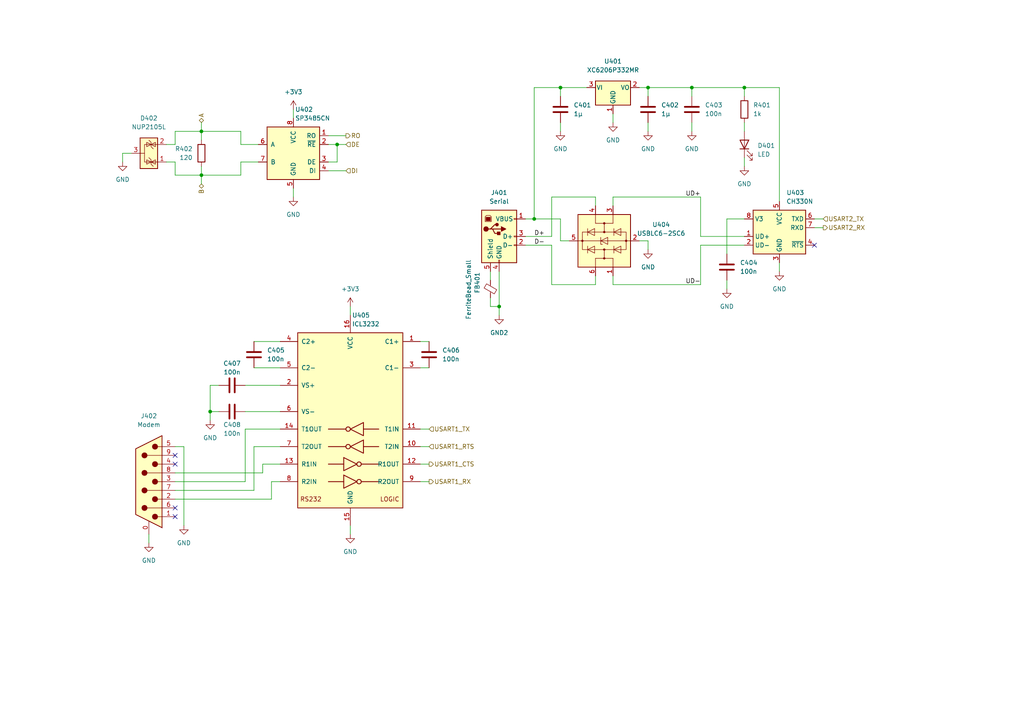
<source format=kicad_sch>
(kicad_sch (version 20211123) (generator eeschema)
  (paper "A4")
  (title_block (title "NAS control") (date "2023-01-11") (rev "0.1") (company "Eurovibes Benedikt Spranger") (comment 1 "SPDX-License-Identifier: CERN-OHL-S-2.0") (comment 2 "https://ohwr.org/cern_ohl_s_v2.txt") (comment 3 "To view a copy of this license, visit") (comment 4 "This work is licensed under the CERN-OHL-S v2"))
  (lib_symbols
    (symbol "Connector:DB9_Male_MountingHoles" (pin_names (offset 1.016) hide)
      (property "Reference" "J" (at 0 16.51 0))
      (property "Value" "DB9_Male_MountingHoles" (at 0 14.605 0))
      (symbol "DB9_Male_MountingHoles_0_1"
        (circle (center -1.778 -10.16) (radius 0.762) (fill (type outline)))
        (circle (center -1.778 -5.08) (radius 0.762) (fill (type outline)))
        (circle (center -1.778 0) (radius 0.762) (fill (type outline)))
        (circle (center -1.778 5.08) (radius 0.762) (fill (type outline)))
        (circle (center -1.778 10.16) (radius 0.762) (fill (type outline)))
        (polyline (pts (xy -3.81 -10.16) (xy -2.54 -10.16)))
        (polyline (pts (xy -3.81 -7.62) (xy 0.508 -7.62)))
        (polyline (pts (xy -3.81 -5.08) (xy -2.54 -5.08)))
        (polyline (pts (xy -3.81 -2.54) (xy 0.508 -2.54)))
        (polyline (pts (xy -3.81 0) (xy -2.54 0)))
        (polyline (pts (xy -3.81 2.54) (xy 0.508 2.54)))
        (polyline (pts (xy -3.81 5.08) (xy -2.54 5.08)))
        (polyline (pts (xy -3.81 7.62) (xy 0.508 7.62)))
        (polyline (pts (xy -3.81 10.16) (xy -2.54 10.16)))
        (polyline (pts (xy -3.81 -13.335) (xy -3.81 13.335) (xy 3.81 9.525) (xy 3.81 -9.525) (xy -3.81 -13.335)) (stroke (width 0.254)) (fill (type background)))
        (circle (center 1.27 -7.62) (radius 0.762) (fill (type outline)))
        (circle (center 1.27 -2.54) (radius 0.762) (fill (type outline)))
        (circle (center 1.27 2.54) (radius 0.762) (fill (type outline)))
        (circle (center 1.27 7.62) (radius 0.762) (fill (type outline)))
      )
      (symbol "DB9_Male_MountingHoles_1_1"
        (pin passive line (at 0 -15.24 90) (length 3.81) (name "PAD") (number "0"))
        (pin passive line (at -7.62 -10.16 0) (length 3.81) (name "1") (number "1"))
        (pin passive line (at -7.62 -5.08 0) (length 3.81) (name "2") (number "2"))
        (pin passive line (at -7.62 0 0) (length 3.81) (name "3") (number "3"))
        (pin passive line (at -7.62 5.08 0) (length 3.81) (name "4") (number "4"))
        (pin passive line (at -7.62 10.16 0) (length 3.81) (name "5") (number "5"))
        (pin passive line (at -7.62 -7.62 0) (length 3.81) (name "6") (number "6"))
        (pin passive line (at -7.62 -2.54 0) (length 3.81) (name "7") (number "7"))
        (pin passive line (at -7.62 2.54 0) (length 3.81) (name "8") (number "8"))
        (pin passive line (at -7.62 7.62 0) (length 3.81) (name "9") (number "9"))
      )
    )
    (symbol "Connector:USB_B" (pin_names (offset 1.016))
      (property "Reference" "J" (at -5.08 11.43 0))
      (property "Value" "USB_B" (at -5.08 8.89 0))
      (symbol "USB_B_0_1"
        (rectangle (start -5.08 -7.62) (end 5.08 7.62) (stroke (width 0.254)) (fill (type background)))
        (circle (center -3.81 2.159) (radius 0.635) (stroke (width 0.254)) (fill (type outline)))
        (rectangle (start -3.81 5.588) (end -2.54 4.572) (fill (type outline)))
        (circle (center -0.635 3.429) (radius 0.381) (stroke (width 0.254)) (fill (type outline)))
        (rectangle (start -0.127 -7.62) (end 0.127 -6.858))
        (polyline (pts (xy -1.905 2.159) (xy 0.635 2.159)) (stroke (width 0.254)))
        (polyline (pts (xy -3.175 2.159) (xy -2.54 2.159) (xy -1.27 3.429) (xy -0.635 3.429)) (stroke (width 0.254)))
        (polyline (pts (xy -2.54 2.159) (xy -1.905 2.159) (xy -1.27 0.889) (xy 0 0.889)) (stroke (width 0.254)))
        (polyline (pts (xy 0.635 2.794) (xy 0.635 1.524) (xy 1.905 2.159) (xy 0.635 2.794)) (stroke (width 0.254)) (fill (type outline)))
        (polyline (pts (xy -4.064 4.318) (xy -2.286 4.318) (xy -2.286 5.715) (xy -2.667 6.096) (xy -3.683 6.096) (xy -4.064 5.715) (xy -4.064 4.318)))
        (rectangle (start 0.254 1.27) (end -0.508 0.508) (stroke (width 0.254)) (fill (type outline)))
        (rectangle (start 5.08 -2.667) (end 4.318 -2.413))
        (rectangle (start 5.08 -0.127) (end 4.318 0.127))
        (rectangle (start 5.08 4.953) (end 4.318 5.207))
      )
      (symbol "USB_B_1_1"
        (pin power_out line (at 7.62 5.08 180) (length 2.54) (name "VBUS") (number "1"))
        (pin bidirectional line (at 7.62 -2.54 180) (length 2.54) (name "D-") (number "2"))
        (pin bidirectional line (at 7.62 0 180) (length 2.54) (name "D+") (number "3"))
        (pin power_out line (at 0 -10.16 90) (length 2.54) (name "GND") (number "4"))
        (pin passive line (at -2.54 -10.16 90) (length 2.54) (name "Shield") (number "5"))
      )
    )
    (symbol "Device:C" (pin_numbers hide) (pin_names (offset 0.254))
      (property "Reference" "C" (at 0.635 2.54 0))
      (property "Value" "C" (at 0.635 -2.54 0))
      (symbol "C_0_1"
        (polyline (pts (xy -2.032 -0.762) (xy 2.032 -0.762)) (stroke (width 0.508)))
        (polyline (pts (xy -2.032 0.762) (xy 2.032 0.762)) (stroke (width 0.508)))
      )
      (symbol "C_1_1"
        (pin passive line (at 0 3.81 270) (length 2.794) (name "~") (number "1"))
        (pin passive line (at 0 -3.81 90) (length 2.794) (name "~") (number "2"))
      )
    )
    (symbol "Device:FerriteBead_Small" (pin_numbers hide) (pin_names (offset 0))
      (property "Reference" "FB" (at 1.905 1.27 0))
      (property "Value" "FerriteBead_Small" (at 1.905 -1.27 0))
      (symbol "FerriteBead_Small_0_1"
        (polyline (pts (xy 0 -1.27) (xy 0 -0.7874)))
        (polyline (pts (xy 0 0.889) (xy 0 1.2954)))
        (polyline (pts (xy -1.8288 0.2794) (xy -1.1176 1.4986) (xy 1.8288 -0.2032) (xy 1.1176 -1.4224) (xy -1.8288 0.2794)))
      )
      (symbol "FerriteBead_Small_1_1"
        (pin passive line (at 0 2.54 270) (length 1.27) (name "~") (number "1"))
        (pin passive line (at 0 -2.54 90) (length 1.27) (name "~") (number "2"))
      )
    )
    (symbol "Device:LED" (pin_numbers hide) (pin_names (offset 1.016) hide)
      (property "Reference" "D" (at 0 2.54 0))
      (property "Value" "LED" (at 0 -2.54 0))
      (symbol "LED_0_1"
        (polyline (pts (xy -1.27 -1.27) (xy -1.27 1.27)) (stroke (width 0.254)))
        (polyline (pts (xy -1.27 0) (xy 1.27 0)))
        (polyline (pts (xy 1.27 -1.27) (xy 1.27 1.27) (xy -1.27 0) (xy 1.27 -1.27)) (stroke (width 0.254)))
        (polyline (pts (xy -3.048 -0.762) (xy -4.572 -2.286) (xy -3.81 -2.286) (xy -4.572 -2.286) (xy -4.572 -1.524)))
        (polyline (pts (xy -1.778 -0.762) (xy -3.302 -2.286) (xy -2.54 -2.286) (xy -3.302 -2.286) (xy -3.302 -1.524)))
      )
      (symbol "LED_1_1"
        (pin passive line (at -3.81 0 0) (length 2.54) (name "K") (number "1"))
        (pin passive line (at 3.81 0 180) (length 2.54) (name "A") (number "2"))
      )
    )
    (symbol "Device:R" (pin_numbers hide) (pin_names (offset 0))
      (property "Reference" "R" (at 2.032 0 90))
      (property "Value" "R" (at 0 0 90))
      (symbol "R_0_1"
        (rectangle (start -1.016 -2.54) (end 1.016 2.54) (stroke (width 0.254)))
      )
      (symbol "R_1_1"
        (pin passive line (at 0 3.81 270) (length 1.27) (name "~") (number "1"))
        (pin passive line (at 0 -3.81 90) (length 1.27) (name "~") (number "2"))
      )
    )
    (symbol "Interface_UART:ICL3232" (pin_names (offset 1.016))
      (property "Reference" "U" (at -2.54 28.575 0))
      (property "Value" "ICL3232" (at -2.54 26.67 0))
      (symbol "ICL3232_0_0"
        (text "LOGIC" (at -11.43 -22.86 0) (effects (font (size 1.27 1.27))))
        (text "RS232" (at 11.43 -22.86 0) (effects (font (size 1.27 1.27))))
      )
      (symbol "ICL3232_0_1"
        (rectangle (start -15.24 -25.4) (end 15.24 25.4) (stroke (width 0.254)) (fill (type background)))
        (circle (center -2.54 -17.78) (radius 0.635) (stroke (width 0.254)))
        (circle (center -2.54 -12.7) (radius 0.635) (stroke (width 0.254)))
        (polyline (pts (xy -3.81 -7.62) (xy -8.255 -7.62)) (stroke (width 0.254)))
        (polyline (pts (xy -3.81 -2.54) (xy -8.255 -2.54)) (stroke (width 0.254)))
        (polyline (pts (xy -3.175 -17.78) (xy -8.255 -17.78)) (stroke (width 0.254)))
        (polyline (pts (xy -3.175 -12.7) (xy -8.255 -12.7)) (stroke (width 0.254)))
        (polyline (pts (xy 1.27 -7.62) (xy 6.35 -7.62)) (stroke (width 0.254)))
        (polyline (pts (xy 1.27 -2.54) (xy 6.35 -2.54)) (stroke (width 0.254)))
        (polyline (pts (xy 1.905 -17.78) (xy 6.35 -17.78)) (stroke (width 0.254)))
        (polyline (pts (xy 1.905 -12.7) (xy 6.35 -12.7)) (stroke (width 0.254)))
        (polyline (pts (xy -3.81 -5.715) (xy -3.81 -9.525) (xy 0 -7.62) (xy -3.81 -5.715)) (stroke (width 0.254)))
        (polyline (pts (xy -3.81 -0.635) (xy -3.81 -4.445) (xy 0 -2.54) (xy -3.81 -0.635)) (stroke (width 0.254)))
        (polyline (pts (xy 1.905 -15.875) (xy 1.905 -19.685) (xy -1.905 -17.78) (xy 1.905 -15.875)) (stroke (width 0.254)))
        (polyline (pts (xy 1.905 -10.795) (xy 1.905 -14.605) (xy -1.905 -12.7) (xy 1.905 -10.795)) (stroke (width 0.254)))
        (circle (center 0.635 -7.62) (radius 0.635) (stroke (width 0.254)))
        (circle (center 0.635 -2.54) (radius 0.635) (stroke (width 0.254)))
      )
      (symbol "ICL3232_1_1"
        (pin passive line (at -20.32 22.86 0) (length 5.08) (name "C1+") (number "1"))
        (pin input line (at -20.32 -7.62 0) (length 5.08) (name "T2IN") (number "10"))
        (pin input line (at -20.32 -2.54 0) (length 5.08) (name "T1IN") (number "11"))
        (pin output line (at -20.32 -12.7 0) (length 5.08) (name "R1OUT") (number "12"))
        (pin input line (at 20.32 -12.7 180) (length 5.08) (name "R1IN") (number "13"))
        (pin output line (at 20.32 -2.54 180) (length 5.08) (name "T1OUT") (number "14"))
        (pin power_in line (at 0 -30.48 90) (length 5.08) (name "GND") (number "15"))
        (pin power_in line (at 0 30.48 270) (length 5.08) (name "VCC") (number "16"))
        (pin power_out line (at 20.32 10.16 180) (length 5.08) (name "VS+") (number "2"))
        (pin passive line (at -20.32 15.24 0) (length 5.08) (name "C1-") (number "3"))
        (pin passive line (at 20.32 22.86 180) (length 5.08) (name "C2+") (number "4"))
        (pin passive line (at 20.32 15.24 180) (length 5.08) (name "C2-") (number "5"))
        (pin power_out line (at 20.32 2.54 180) (length 5.08) (name "VS-") (number "6"))
        (pin output line (at 20.32 -7.62 180) (length 5.08) (name "T2OUT") (number "7"))
        (pin input line (at 20.32 -17.78 180) (length 5.08) (name "R2IN") (number "8"))
        (pin output line (at -20.32 -17.78 0) (length 5.08) (name "R2OUT") (number "9"))
      )
    )
    (symbol "Interface_UART:SP3485CN" (pin_names (offset 1.016))
      (property "Reference" "U" (at -7.62 8.89 0))
      (property "Value" "SP3485CN" (at 2.54 8.89 0))
      (symbol "SP3485CN_0_1"
        (rectangle (start -7.62 7.62) (end 7.62 -7.62) (stroke (width 0.254)) (fill (type background)))
      )
      (symbol "SP3485CN_1_1"
        (pin output line (at -10.16 5.08 0) (length 2.54) (name "RO") (number "1"))
        (pin input line (at -10.16 2.54 0) (length 2.54) (name "~{RE}") (number "2"))
        (pin input line (at -10.16 -2.54 0) (length 2.54) (name "DE") (number "3"))
        (pin input line (at -10.16 -5.08 0) (length 2.54) (name "DI") (number "4"))
        (pin power_in line (at 0 -10.16 90) (length 2.54) (name "GND") (number "5"))
        (pin bidirectional line (at 10.16 2.54 180) (length 2.54) (name "A") (number "6"))
        (pin bidirectional line (at 10.16 -2.54 180) (length 2.54) (name "B") (number "7"))
        (pin power_in line (at 0 10.16 270) (length 2.54) (name "VCC") (number "8"))
      )
    )
    (symbol "Interface_USB:CH330N"
      (property "Reference" "U" (at -7.62 6.35 0))
      (property "Value" "CH330N" (at 7.62 6.35 0))
      (symbol "CH330N_0_1"
        (rectangle (start -7.62 5.08) (end 7.62 -7.62) (stroke (width 0.254)) (fill (type background)))
      )
      (symbol "CH330N_1_1"
        (pin bidirectional line (at -10.16 -2.54 0) (length 2.54) (name "UD+") (number "1"))
        (pin bidirectional line (at -10.16 -5.08 0) (length 2.54) (name "UD-") (number "2"))
        (pin power_in line (at 0 -10.16 90) (length 2.54) (name "GND") (number "3"))
        (pin output line (at 10.16 -5.08 180) (length 2.54) (name "~{RTS}") (number "4"))
        (pin power_in line (at 0 7.62 270) (length 2.54) (name "VCC") (number "5"))
        (pin output line (at 10.16 2.54 180) (length 2.54) (name "TXD") (number "6"))
        (pin input line (at 10.16 0 180) (length 2.54) (name "RXD") (number "7"))
        (pin passive line (at -10.16 2.54 0) (length 2.54) (name "V3") (number "8"))
      )
    )
    (symbol "Power_Protection:NUP2105L" (pin_names hide)
      (property "Reference" "D" (at 5.715 2.54 0))
      (property "Value" "NUP2105L" (at 5.715 0.635 0))
      (symbol "NUP2105L_0_0"
        (pin passive line (at 0 -5.08 90) (length 2.54) (name "A") (number "3"))
      )
      (symbol "NUP2105L_0_1"
        (rectangle (start -4.445 2.54) (end 4.445 -2.54) (stroke (width 0.254)) (fill (type background)))
        (polyline (pts (xy -2.54 2.54) (xy -2.54 0.635)))
        (polyline (pts (xy 0 -1.27) (xy 0 -2.54)))
        (polyline (pts (xy 2.54 2.54) (xy 2.54 0.635)))
        (polyline (pts (xy -3.81 1.27) (xy -3.175 0.635) (xy -1.905 0.635) (xy -1.27 0)))
        (polyline (pts (xy -2.54 0.635) (xy -2.54 -1.27) (xy 2.54 -1.27) (xy 2.54 0.635)))
        (polyline (pts (xy -2.54 0.635) (xy -1.905 -0.635) (xy -3.175 -0.635) (xy -2.54 0.635)))
        (polyline (pts (xy 2.54 0.635) (xy 1.905 -0.635) (xy 3.175 -0.635) (xy 2.54 0.635)))
        (polyline (pts (xy 2.54 0.635) (xy 3.175 1.905) (xy 1.905 1.905) (xy 2.54 0.635)))
        (polyline (pts (xy -2.54 0.635) (xy -3.175 1.905) (xy -1.905 1.905) (xy -2.54 0.635) (xy -2.54 1.27)))
        (polyline (pts (xy 1.27 1.27) (xy 1.905 0.635) (xy 2.54 0.635) (xy 3.175 0.635) (xy 3.81 0)))
      )
      (symbol "NUP2105L_1_1"
        (pin passive line (at -2.54 5.08 270) (length 2.54) (name "K") (number "1"))
        (pin passive line (at 2.54 5.08 270) (length 2.54) (name "K") (number "2"))
      )
    )
    (symbol "Power_Protection:USBLC6-2SC6" (pin_names hide)
      (property "Reference" "U" (at 2.54 8.89 0))
      (property "Value" "USBLC6-2SC6" (at 2.54 -8.89 0))
      (symbol "USBLC6-2SC6_0_1"
        (rectangle (start -7.62 -7.62) (end 7.62 7.62) (stroke (width 0.254)) (fill (type background)))
        (circle (center -5.08 0) (radius 0.254) (fill (type outline)))
        (circle (center -2.54 0) (radius 0.254) (fill (type outline)))
        (rectangle (start -2.54 6.35) (end 2.54 -6.35))
        (circle (center 0 -6.35) (radius 0.254) (fill (type outline)))
        (polyline (pts (xy -5.08 -2.54) (xy -7.62 -2.54)))
        (polyline (pts (xy -5.08 0) (xy -5.08 -2.54)))
        (polyline (pts (xy -5.08 2.54) (xy -7.62 2.54)))
        (polyline (pts (xy -1.524 -2.794) (xy -3.556 -2.794)))
        (polyline (pts (xy -1.524 4.826) (xy -3.556 4.826)))
        (polyline (pts (xy 0 -7.62) (xy 0 -6.35)))
        (polyline (pts (xy 0 -6.35) (xy 0 1.27)))
        (polyline (pts (xy 0 1.27) (xy 0 6.35)))
        (polyline (pts (xy 0 6.35) (xy 0 7.62)))
        (polyline (pts (xy 1.524 -2.794) (xy 3.556 -2.794)))
        (polyline (pts (xy 1.524 4.826) (xy 3.556 4.826)))
        (polyline (pts (xy 5.08 -2.54) (xy 7.62 -2.54)))
        (polyline (pts (xy 5.08 0) (xy 5.08 -2.54)))
        (polyline (pts (xy 5.08 2.54) (xy 7.62 2.54)))
        (polyline (pts (xy -2.54 0) (xy -5.08 0) (xy -5.08 2.54)))
        (polyline (pts (xy 2.54 0) (xy 5.08 0) (xy 5.08 2.54)))
        (polyline (pts (xy -3.556 -4.826) (xy -1.524 -4.826) (xy -2.54 -2.794) (xy -3.556 -4.826)))
        (polyline (pts (xy -3.556 2.794) (xy -1.524 2.794) (xy -2.54 4.826) (xy -3.556 2.794)))
        (polyline (pts (xy -1.016 -1.016) (xy 1.016 -1.016) (xy 0 1.016) (xy -1.016 -1.016)))
        (polyline (pts (xy 1.016 1.016) (xy 0.762 1.016) (xy -1.016 1.016) (xy -1.016 0.508)))
        (polyline (pts (xy 3.556 -4.826) (xy 1.524 -4.826) (xy 2.54 -2.794) (xy 3.556 -4.826)))
        (polyline (pts (xy 3.556 2.794) (xy 1.524 2.794) (xy 2.54 4.826) (xy 3.556 2.794)))
        (circle (center 0 6.35) (radius 0.254) (fill (type outline)))
        (circle (center 2.54 0) (radius 0.254) (fill (type outline)))
        (circle (center 5.08 0) (radius 0.254) (fill (type outline)))
      )
      (symbol "USBLC6-2SC6_1_1"
        (pin passive line (at -10.16 -2.54 0) (length 2.54) (name "I/O1") (number "1"))
        (pin passive line (at 0 -10.16 90) (length 2.54) (name "GND") (number "2"))
        (pin passive line (at 10.16 -2.54 180) (length 2.54) (name "I/O2") (number "3"))
        (pin passive line (at 10.16 2.54 180) (length 2.54) (name "I/O2") (number "4"))
        (pin passive line (at 0 10.16 270) (length 2.54) (name "VBUS") (number "5"))
        (pin passive line (at -10.16 2.54 0) (length 2.54) (name "I/O1") (number "6"))
      )
    )
    (symbol "Regulator_Linear:XC6206PxxxMR" (pin_names (offset 0.254))
      (property "Reference" "U" (at -3.81 3.175 0))
      (property "Value" "XC6206PxxxMR" (at 0 3.175 0))
      (symbol "XC6206PxxxMR_0_1"
        (rectangle (start -5.08 1.905) (end 5.08 -5.08) (stroke (width 0.254)) (fill (type background)))
      )
      (symbol "XC6206PxxxMR_1_1"
        (pin power_in line (at 0 -7.62 90) (length 2.54) (name "GND") (number "1"))
        (pin power_out line (at 7.62 0 180) (length 2.54) (name "VO") (number "2"))
        (pin power_in line (at -7.62 0 0) (length 2.54) (name "VI") (number "3"))
      )
    )
    (symbol "power:+3V3" (power) (pin_names (offset 0))
      (property "Value" "+3V3" (at 0 3.556 0))
      (symbol "+3V3_0_1"
        (polyline (pts (xy -0.762 1.27) (xy 0 2.54)))
        (polyline (pts (xy 0 0) (xy 0 2.54)))
        (polyline (pts (xy 0 2.54) (xy 0.762 1.27)))
      )
      (symbol "+3V3_1_1"
        (pin power_in line (at 0 0 90) (length 0) hide (name "+3V3") (number "1"))
      )
    )
    (symbol "power:GND" (power) (pin_names (offset 0))
      (property "Value" "GND" (at 0 -3.81 0))
      (symbol "GND_0_1"
        (polyline (pts (xy 0 0) (xy 0 -1.27) (xy 1.27 -1.27) (xy 0 -2.54) (xy -1.27 -1.27) (xy 0 -1.27)))
      )
      (symbol "GND_1_1"
        (pin power_in line (at 0 0 270) (length 0) hide (name "GND") (number "1"))
      )
    )
    (symbol "power:GND2" (power) (pin_names (offset 0))
      (property "Value" "GND2" (at 0 -3.81 0))
      (symbol "GND2_0_1"
        (polyline (pts (xy 0 0) (xy 0 -1.27) (xy 1.27 -1.27) (xy 0 -2.54) (xy -1.27 -1.27) (xy 0 -1.27)))
      )
      (symbol "GND2_1_1"
        (pin power_in line (at 0 0 270) (length 0) hide (name "GND2") (number "1"))
      )
    )
  )
  (junction (at 187.96 25.4))
  (junction (at 144.78 88.9))
  (junction (at 97.79 41.91))
  (junction (at 58.42 50.8))
  (junction (at 200.66 25.4))
  (junction (at 154.94 63.5))
  (junction (at 60.96 119.38))
  (junction (at 58.42 38.1))
  (junction (at 215.9 25.4))
  (junction (at 162.56 25.4))
  (no_connect (at 50.8 134.62))
  (no_connect (at 50.8 132.08))
  (no_connect (at 50.8 149.86))
  (no_connect (at 50.8 147.32))
  (no_connect (at 236.22 71.12))
  (wire (pts (xy 236.22 63.5) (xy 238.76 63.5)))
  (wire (pts (xy 185.42 69.85) (xy 187.96 69.85)))
  (wire (pts (xy 210.82 63.5) (xy 210.82 73.66)))
  (wire (pts (xy 97.79 41.91) (xy 100.33 41.91)))
  (wire (pts (xy 200.66 35.56) (xy 200.66 38.1)))
  (wire (pts (xy 121.92 124.46) (xy 124.46 124.46)))
  (wire (pts (xy 215.9 25.4) (xy 215.9 27.94)))
  (wire (pts (xy 152.4 63.5) (xy 154.94 63.5)))
  (wire (pts (xy 160.02 82.55) (xy 172.72 82.55)))
  (wire (pts (xy 71.12 111.76) (xy 81.28 111.76)))
  (wire (pts (xy 200.66 25.4) (xy 200.66 27.94)))
  (wire (pts (xy 95.25 49.53) (xy 100.33 49.53)))
  (wire (pts (xy 160.02 57.15) (xy 172.72 57.15)))
  (wire (pts (xy 152.4 68.58) (xy 160.02 68.58)))
  (wire (pts (xy 58.42 53.34) (xy 58.42 50.8)))
  (wire (pts (xy 78.74 144.78) (xy 50.8 144.78)))
  (wire (pts (xy 101.6 88.9) (xy 101.6 91.44)))
  (wire (pts (xy 48.26 46.99) (xy 50.8 46.99)))
  (wire (pts (xy 187.96 35.56) (xy 187.96 38.1)))
  (wire (pts (xy 71.12 124.46) (xy 71.12 139.7)))
  (wire (pts (xy 187.96 69.85) (xy 187.96 72.39)))
  (wire (pts (xy 142.24 88.9) (xy 144.78 88.9)))
  (wire (pts (xy 215.9 45.72) (xy 215.9 48.26)))
  (wire (pts (xy 177.8 82.55) (xy 203.2 82.55)))
  (wire (pts (xy 177.8 57.15) (xy 203.2 57.15)))
  (wire (pts (xy 101.6 152.4) (xy 101.6 154.94)))
  (wire (pts (xy 162.56 35.56) (xy 162.56 38.1)))
  (wire (pts (xy 71.12 139.7) (xy 50.8 139.7)))
  (wire (pts (xy 215.9 25.4) (xy 200.66 25.4)))
  (wire (pts (xy 121.92 139.7) (xy 124.46 139.7)))
  (wire (pts (xy 74.93 46.99) (xy 69.85 46.99)))
  (wire (pts (xy 63.5 111.76) (xy 60.96 111.76)))
  (wire (pts (xy 177.8 80.01) (xy 177.8 82.55)))
  (wire (pts (xy 210.82 81.28) (xy 210.82 83.82)))
  (wire (pts (xy 177.8 59.69) (xy 177.8 57.15)))
  (wire (pts (xy 58.42 50.8) (xy 58.42 48.26)))
  (wire (pts (xy 152.4 71.12) (xy 160.02 71.12)))
  (wire (pts (xy 78.74 139.7) (xy 78.74 144.78)))
  (wire (pts (xy 81.28 124.46) (xy 71.12 124.46)))
  (wire (pts (xy 74.93 41.91) (xy 69.85 41.91)))
  (wire (pts (xy 95.25 39.37) (xy 100.33 39.37)))
  (wire (pts (xy 85.09 31.75) (xy 85.09 34.29)))
  (wire (pts (xy 95.25 46.99) (xy 97.79 46.99)))
  (wire (pts (xy 78.74 139.7) (xy 81.28 139.7)))
  (wire (pts (xy 58.42 38.1) (xy 50.8 38.1)))
  (wire (pts (xy 162.56 25.4) (xy 162.56 27.94)))
  (wire (pts (xy 177.8 33.02) (xy 177.8 35.56)))
  (wire (pts (xy 226.06 58.42) (xy 226.06 25.4)))
  (wire (pts (xy 203.2 71.12) (xy 215.9 71.12)))
  (wire (pts (xy 121.92 129.54) (xy 124.46 129.54)))
  (wire (pts (xy 187.96 25.4) (xy 187.96 27.94)))
  (wire (pts (xy 142.24 78.74) (xy 142.24 81.28)))
  (wire (pts (xy 160.02 68.58) (xy 160.02 57.15)))
  (wire (pts (xy 58.42 35.56) (xy 58.42 38.1)))
  (wire (pts (xy 73.66 99.06) (xy 81.28 99.06)))
  (wire (pts (xy 71.12 119.38) (xy 81.28 119.38)))
  (wire (pts (xy 48.26 41.91) (xy 50.8 41.91)))
  (wire (pts (xy 81.28 134.62) (xy 76.2 134.62)))
  (wire (pts (xy 50.8 41.91) (xy 50.8 38.1)))
  (wire (pts (xy 85.09 54.61) (xy 85.09 57.15)))
  (wire (pts (xy 76.2 137.16) (xy 50.8 137.16)))
  (wire (pts (xy 60.96 119.38) (xy 63.5 119.38)))
  (wire (pts (xy 236.22 66.04) (xy 238.76 66.04)))
  (wire (pts (xy 95.25 41.91) (xy 97.79 41.91)))
  (wire (pts (xy 97.79 41.91) (xy 97.79 46.99)))
  (wire (pts (xy 215.9 35.56) (xy 215.9 38.1)))
  (wire (pts (xy 81.28 129.54) (xy 73.66 129.54)))
  (wire (pts (xy 203.2 57.15) (xy 203.2 68.58)))
  (wire (pts (xy 121.92 99.06) (xy 124.46 99.06)))
  (wire (pts (xy 58.42 50.8) (xy 69.85 50.8)))
  (wire (pts (xy 154.94 63.5) (xy 162.56 63.5)))
  (wire (pts (xy 203.2 68.58) (xy 215.9 68.58)))
  (wire (pts (xy 162.56 63.5) (xy 162.56 69.85)))
  (wire (pts (xy 58.42 38.1) (xy 58.42 40.64)))
  (wire (pts (xy 69.85 46.99) (xy 69.85 50.8)))
  (wire (pts (xy 60.96 111.76) (xy 60.96 119.38)))
  (wire (pts (xy 215.9 63.5) (xy 210.82 63.5)))
  (wire (pts (xy 50.8 129.54) (xy 53.34 129.54)))
  (wire (pts (xy 226.06 76.2) (xy 226.06 78.74)))
  (wire (pts (xy 172.72 82.55) (xy 172.72 80.01)))
  (wire (pts (xy 60.96 119.38) (xy 60.96 121.92)))
  (wire (pts (xy 50.8 142.24) (xy 73.66 142.24)))
  (wire (pts (xy 160.02 71.12) (xy 160.02 82.55)))
  (wire (pts (xy 69.85 41.91) (xy 69.85 38.1)))
  (wire (pts (xy 50.8 50.8) (xy 58.42 50.8)))
  (wire (pts (xy 144.78 78.74) (xy 144.78 88.9)))
  (wire (pts (xy 35.56 44.45) (xy 35.56 46.99)))
  (wire (pts (xy 203.2 82.55) (xy 203.2 71.12)))
  (wire (pts (xy 76.2 134.62) (xy 76.2 137.16)))
  (wire (pts (xy 53.34 129.54) (xy 53.34 152.4)))
  (wire (pts (xy 38.1 44.45) (xy 35.56 44.45)))
  (wire (pts (xy 142.24 86.36) (xy 142.24 88.9)))
  (wire (pts (xy 50.8 46.99) (xy 50.8 50.8)))
  (wire (pts (xy 185.42 25.4) (xy 187.96 25.4)))
  (wire (pts (xy 58.42 38.1) (xy 69.85 38.1)))
  (wire (pts (xy 73.66 106.68) (xy 81.28 106.68)))
  (wire (pts (xy 172.72 57.15) (xy 172.72 59.69)))
  (wire (pts (xy 162.56 69.85) (xy 165.1 69.85)))
  (wire (pts (xy 187.96 25.4) (xy 200.66 25.4)))
  (wire (pts (xy 73.66 129.54) (xy 73.66 142.24)))
  (wire (pts (xy 226.06 25.4) (xy 215.9 25.4)))
  (wire (pts (xy 121.92 134.62) (xy 124.46 134.62)))
  (wire (pts (xy 162.56 25.4) (xy 154.94 25.4)))
  (wire (pts (xy 144.78 88.9) (xy 144.78 91.44)))
  (wire (pts (xy 121.92 106.68) (xy 124.46 106.68)))
  (wire (pts (xy 170.18 25.4) (xy 162.56 25.4)))
  (wire (pts (xy 154.94 25.4) (xy 154.94 63.5)))
  (wire (pts (xy 43.18 154.94) (xy 43.18 157.48)))
  (label "UD-" (at 203.2 82.55 180))
  (label "D-" (at 154.94 71.12 0))
  (label "UD+" (at 203.2 57.15 180))
  (label "D+" (at 154.94 68.58 0))
  (hierarchical_label "USART1_RTS" (shape input) (at 124.46 129.54 0))
  (hierarchical_label "DE" (shape input) (at 100.33 41.91 0))
  (hierarchical_label "DI" (shape input) (at 100.33 49.53 0))
  (hierarchical_label "USART2_TX" (shape input) (at 238.76 63.5 0))
  (hierarchical_label "USART1_CTS" (shape output) (at 124.46 134.62 0))
  (hierarchical_label "B" (shape bidirectional) (at 58.42 53.34 270))
  (hierarchical_label "USART1_RX" (shape output) (at 124.46 139.7 0))
  (hierarchical_label "RO" (shape output) (at 100.33 39.37 0))
  (hierarchical_label "USART1_TX" (shape input) (at 124.46 124.46 0))
  (hierarchical_label "USART2_RX" (shape output) (at 238.76 66.04 0))
  (hierarchical_label "A" (shape bidirectional) (at 58.42 35.56 90))
  (symbol (lib_id "power:GND") (at 177.8 35.56 0) (unit 1)
    (property "Reference" "#PWR0402" (effects hide))
    (property "Value" "GND" (at 177.8 40.64 0))
  )
  (symbol (lib_id "Interface_USB:CH330N") (at 226.06 66.04 0) (unit 1)
    (property "Reference" "U403" (at 228.0794 55.88 0) (effects (justify left)))
    (property "Value" "CH330N" (at 228.0794 58.42 0) (effects (justify left)))
    (property "Footprint" "Package_SO:SOIC-8_3.9x4.9mm_P1.27mm" (effects hide))
    (property "Datasheet" "http://www.wch.cn/downloads/file/240.html" (effects hide))
    (property "Description" "SOP-8 USB ICs ROHS" (effects hide))
    (property "mpn" "CH340N" (effects hide))
    (property "Manufacture" "WCH(Jiangsu Qin Heng)" (effects hide))
    (property "SupplLink" "https://jlcpcb.com/partdetail/wch_jiangsu_Qin_heng-CH340N/C506813" (effects hide))
    (property "LCSC#" "C506813" (effects hide))
    (property "Datasheet" "http://www.wch.cn/downloads/file/240.html" (effects hide))
    (property "Reference" "U403" (effects hide))
    (property "Value" "CH330N" (effects hide))
    (property "assemble" "y" (effects hide))
  )
  (symbol (lib_id "Device:C") (at 124.46 102.87 0) (unit 1)
    (property "Reference" "C406" (at 128.27 101.5999 0) (effects (justify left)))
    (property "Value" "100n" (at 128.27 104.1399 0) (effects (justify left)))
    (property "Footprint" "Capacitor_SMD:C_0402_1005Metric" (effects hide))
    (property "assemble" "y" (effects hide))
    (property "Description" "50V 100nF X7R ±10% 0402 Multilayer Ceramic Capacitors MLCC - SMD/SMT ROHS" (effects hide))
    (property "LCSC#" "C307331" (effects hide))
    (property "Manufacture" "Samsung Electro-Mechanics" (effects hide))
    (property "SupplLink" "https://jlcpcb.com/partdetail/291005-CL05B104KB54PNC/C307331" (effects hide))
    (property "mpn" "CL05B104KB54PNC" (effects hide))
  )
  (symbol (lib_id "power:GND") (at 35.56 46.99 0) (unit 1)
    (property "Reference" "#PWR0406" (effects hide))
    (property "Value" "GND" (at 35.56 52.07 0))
  )
  (symbol (lib_id "power:GND") (at 60.96 121.92 0) (unit 1)
    (property "Reference" "#PWR0414" (effects hide))
    (property "Value" "GND" (at 60.96 127 0))
  )
  (symbol (lib_id "Device:R") (at 58.42 44.45 0) (mirror y) (unit 1)
    (property "Reference" "R402" (at 55.88 43.1799 0) (effects (justify left)))
    (property "Value" "120" (at 55.88 45.7199 0) (effects (justify left)))
    (property "Footprint" "Resistor_SMD:R_1206_3216Metric" (effects hide))
    (property "Reference" "R402" (effects hide))
    (property "Value" "120" (effects hide))
    (property "assemble" "y" (effects hide))
    (property "Description" "250mW Thick Film Resistors 200V ±100ppm/℃ ±1% -55℃~+155℃ 120Ω 1206 Chip Resistor - Surface Mount ROHS" (effects hide))
    (property "LCSC#" "C17909" (effects hide))
    (property "Manufacture" "UNI-ROYAL(Uniroyal Elec)" (effects hide))
    (property "SupplLink" "https://jlcpcb.com/partdetail/18597-1206W4F1200T5E/C17909" (effects hide))
    (property "mpn" "1206W4F1200T5E" (effects hide))
  )
  (symbol (lib_id "power:GND") (at 210.82 83.82 0) (unit 1)
    (property "Reference" "#PWR0411" (effects hide))
    (property "Value" "GND" (at 210.82 88.9 0))
  )
  (symbol (lib_id "Device:C") (at 187.96 31.75 0) (unit 1)
    (property "Reference" "C402" (at 191.77 30.4799 0) (effects (justify left)))
    (property "Value" "1µ" (at 191.77 33.0199 0) (effects (justify left)))
    (property "Footprint" "Capacitor_SMD:C_0805_2012Metric" (effects hide))
    (property "assemble" "y" (effects hide))
    (property "Description" "50V 1uF X7R ±10% 0805 Multilayer Ceramic Capacitors MLCC - SMD/SMT ROHS" (effects hide))
    (property "LCSC#" "C28323" (effects hide))
    (property "Manufacture" "Samsung Electro-Mechanics" (effects hide))
    (property "SupplLink" "https://jlcpcb.com/partdetail/29074-CL21B105KBFNNNE/C28323" (effects hide))
    (property "mpn" "CL21B105KBFNNNE" (effects hide))
  )
  (symbol (lib_id "Device:C") (at 210.82 77.47 0) (unit 1)
    (property "Reference" "C404" (at 214.63 76.1999 0) (effects (justify left)))
    (property "Value" "100n" (at 214.63 78.7399 0) (effects (justify left)))
    (property "Footprint" "Capacitor_SMD:C_0402_1005Metric" (effects hide))
    (property "assemble" "y" (effects hide))
    (property "Description" "50V 100nF X7R ±10% 0402 Multilayer Ceramic Capacitors MLCC - SMD/SMT ROHS" (effects hide))
    (property "LCSC#" "C307331" (effects hide))
    (property "Manufacture" "Samsung Electro-Mechanics" (effects hide))
    (property "SupplLink" "https://jlcpcb.com/partdetail/291005-CL05B104KB54PNC/C307331" (effects hide))
    (property "mpn" "CL05B104KB54PNC" (effects hide))
  )
  (symbol (lib_id "Power_Protection:NUP2105L") (at 43.18 44.45 270) (mirror x) (unit 1)
    (property "Reference" "D402" (at 43.18 34.29 90))
    (property "Value" "NUP2105L" (at 43.18 36.83 90))
    (property "Footprint" "Package_TO_SOT_SMD:SOT-23" (effects hide))
    (property "Datasheet" "http://www.onsemi.com/pub_link/Collateral/NUP2105L-D.PDF" (effects hide))
    (property "Datasheet" "http://www.onsemi.com/pub_link/Collateral/NUP2105L-D.PDF" (effects hide))
    (property "Reference" "D402" (effects hide))
    (property "Value" "NUP2105L" (effects hide))
    (property "assemble" "y" (effects hide))
    (property "Description" "SOT-23 ESD Protection Devices ROHS" (effects hide))
    (property "LCSC#" "C2890118" (effects hide))
    (property "Manufacture" "TECH PUBLIC" (effects hide))
    (property "SupplLink" "https://jlcpcb.com/partdetail/TechPublic-NUP2105LT1G/C2890118" (effects hide))
    (property "mpn" "NUP2105LT1G" (effects hide))
  )
  (symbol (lib_id "Connector:USB_B") (at 144.78 68.58 0) (unit 1)
    (property "Reference" "J401" (at 144.78 55.88 0))
    (property "Value" "Serial" (at 144.78 58.42 0))
    (property "Footprint" "Connector_USB:USB_B_Lumberg_2411_02_Horizontal" (effects hide))
    (property "Datasheet" " ~" (effects hide))
    (property "Datasheet" " ~" (effects hide))
    (property "Description" "Buchse; USB B; auf PCB; THT; 90°-Winkel; 2.0; vergoldet" (effects hide))
    (property "Manufacture" "Amphenol Communications Solutions" (effects hide))
    (property "Reference" "J401" (effects hide))
    (property "SupplLink" "https://www.tme.eu/de/details/tueb4f2d0b/usb-und-ieee1394-steckverbinder/amphenol-communications-solutions/" (effects hide))
    (property "Value" "Serial" (effects hide))
    (property "mpn" "TUEB4F2D0B" (effects hide))
    (property "tme#" "TUEB4F2D0B" (effects hide))
  )
  (symbol (lib_id "Device:C") (at 162.56 31.75 0) (unit 1)
    (property "Reference" "C401" (at 166.37 30.4799 0) (effects (justify left)))
    (property "Value" "1µ" (at 166.37 33.0199 0) (effects (justify left)))
    (property "Footprint" "Capacitor_SMD:C_0805_2012Metric" (effects hide))
    (property "Reference" "C401" (effects hide))
    (property "Value" "1µ" (effects hide))
    (property "assemble" "y" (effects hide))
    (property "Description" "50V 1uF X7R ±10% 0805 Multilayer Ceramic Capacitors MLCC - SMD/SMT ROHS" (effects hide))
    (property "LCSC#" "C28323" (effects hide))
    (property "Manufacture" "Samsung Electro-Mechanics" (effects hide))
    (property "SupplLink" "https://jlcpcb.com/partdetail/29074-CL21B105KBFNNNE/C28323" (effects hide))
    (property "mpn" "CL21B105KBFNNNE" (effects hide))
  )
  (symbol (lib_id "power:+3V3") (at 101.6 88.9 0) (unit 1)
    (property "Reference" "#PWR0412" (effects hide))
    (property "Value" "+3V3" (at 101.6 83.82 0))
  )
  (symbol (lib_id "Device:C") (at 67.31 111.76 90) (unit 1)
    (property "Reference" "C407" (at 67.31 105.41 90))
    (property "Value" "100n" (at 67.31 107.95 90))
    (property "Footprint" "Capacitor_SMD:C_0402_1005Metric" (effects hide))
    (property "assemble" "y" (effects hide))
    (property "Description" "50V 100nF X7R ±10% 0402 Multilayer Ceramic Capacitors MLCC - SMD/SMT ROHS" (effects hide))
    (property "LCSC#" "C307331" (effects hide))
    (property "Manufacture" "Samsung Electro-Mechanics" (effects hide))
    (property "SupplLink" "https://jlcpcb.com/partdetail/291005-CL05B104KB54PNC/C307331" (effects hide))
    (property "mpn" "CL05B104KB54PNC" (effects hide))
  )
  (symbol (lib_id "power:GND") (at 162.56 38.1 0) (unit 1)
    (property "Reference" "#PWR0403" (effects hide))
    (property "Value" "GND" (at 162.56 43.18 0))
  )
  (symbol (lib_id "Device:R") (at 215.9 31.75 0) (unit 1)
    (property "Reference" "R401" (at 218.44 30.4799 0) (effects (justify left)))
    (property "Value" "1k" (at 218.44 33.0199 0) (effects (justify left)))
    (property "Footprint" "Resistor_SMD:R_0402_1005Metric" (effects hide))
    (property "Reference" "R401" (effects hide))
    (property "Value" "1k" (effects hide))
    (property "assemble" "y" (effects hide))
    (property "Description" "62.5mW Thick Film Resistors 50V ±100ppm/℃ ±1% -55℃~+155℃ 1kΩ 0402 Chip Resistor - Surface Mount ROHS" (effects hide))
    (property "LCSC#" "C11702" (effects hide))
    (property "Manufacture" "UNI-ROYAL(Uniroyal Elec)" (effects hide))
    (property "SupplLink" "https://jlcpcb.com/partdetail/12256-0402WGF1001TCE/C11702" (effects hide))
    (property "mpn" "0402WGF1001TCE" (effects hide))
  )
  (symbol (lib_id "power:GND") (at 200.66 38.1 0) (unit 1)
    (property "Reference" "#PWR0405" (effects hide))
    (property "Value" "GND" (at 200.66 43.18 0))
  )
  (symbol (lib_id "power:GND") (at 187.96 72.39 0) (unit 1)
    (property "Reference" "#PWR0409" (effects hide))
    (property "Value" "GND" (at 187.96 77.47 0))
  )
  (symbol (lib_id "power:GND2") (at 144.78 91.44 0) (unit 1)
    (property "Reference" "#PWR0413" (effects hide))
    (property "Value" "GND2" (at 144.78 96.52 0))
  )
  (symbol (lib_id "Device:FerriteBead_Small") (at 142.24 83.82 0) (unit 1)
    (property "Reference" "FB401" (at 138.43 85.09 90) (effects (justify left)))
    (property "Value" "FerriteBead_Small" (at 135.89 92.71 90) (effects (justify left)))
    (property "Footprint" "Inductor_SMD:L_0805_2012Metric" (effects hide))
    (property "Reference" "FB401" (effects hide))
    (property "Value" "FerriteBead_Small" (effects hide))
    (property "assemble" "y" (effects hide))
    (property "Description" "800mA 1 100Ω@100MHz ±25% 0805 Ferrite Beads ROHS" (effects hide))
    (property "LCSC#" "C1015" (effects hide))
    (property "Manufacture" "Sunlord" (effects hide))
    (property "SupplLink" "https://jlcpcb.com/partdetail/Sunlord-GZ2012D101TF/C1015" (effects hide))
    (property "mpn" "GZ2012D101TF" (effects hide))
  )
  (symbol (lib_id "power:GND") (at 85.09 57.15 0) (unit 1)
    (property "Reference" "#PWR0408" (effects hide))
    (property "Value" "GND" (at 85.09 62.23 0))
  )
  (symbol (lib_id "Device:C") (at 67.31 119.38 90) (unit 1)
    (property "Reference" "C408" (at 67.31 123.19 90))
    (property "Value" "100n" (at 67.31 125.73 90))
    (property "Footprint" "Capacitor_SMD:C_0402_1005Metric" (effects hide))
    (property "assemble" "y" (effects hide))
    (property "Description" "50V 100nF X7R ±10% 0402 Multilayer Ceramic Capacitors MLCC - SMD/SMT ROHS" (effects hide))
    (property "LCSC#" "C307331" (effects hide))
    (property "Manufacture" "Samsung Electro-Mechanics" (effects hide))
    (property "SupplLink" "https://jlcpcb.com/partdetail/291005-CL05B104KB54PNC/C307331" (effects hide))
    (property "mpn" "CL05B104KB54PNC" (effects hide))
  )
  (symbol (lib_id "Device:C") (at 73.66 102.87 0) (unit 1)
    (property "Reference" "C405" (at 77.47 101.5999 0) (effects (justify left)))
    (property "Value" "100n" (at 77.47 104.1399 0) (effects (justify left)))
    (property "Footprint" "Capacitor_SMD:C_0402_1005Metric" (effects hide))
    (property "Reference" "C405" (effects hide))
    (property "Value" "100n" (effects hide))
    (property "assemble" "y" (effects hide))
    (property "Description" "50V 100nF X7R ±10% 0402 Multilayer Ceramic Capacitors MLCC - SMD/SMT ROHS" (effects hide))
    (property "LCSC#" "C307331" (effects hide))
    (property "Manufacture" "Samsung Electro-Mechanics" (effects hide))
    (property "SupplLink" "https://jlcpcb.com/partdetail/291005-CL05B104KB54PNC/C307331" (effects hide))
    (property "mpn" "CL05B104KB54PNC" (effects hide))
  )
  (symbol (lib_id "power:GND") (at 53.34 152.4 0) (unit 1)
    (property "Reference" "#PWR0415" (effects hide))
    (property "Value" "GND" (at 53.34 157.48 0))
  )
  (symbol (lib_id "Device:C") (at 200.66 31.75 0) (unit 1)
    (property "Reference" "C403" (at 204.47 30.4799 0) (effects (justify left)))
    (property "Value" "100n" (at 204.47 33.0199 0) (effects (justify left)))
    (property "Footprint" "Capacitor_SMD:C_0402_1005Metric" (effects hide))
    (property "assemble" "y" (effects hide))
    (property "Description" "50V 100nF X7R ±10% 0402 Multilayer Ceramic Capacitors MLCC - SMD/SMT ROHS" (effects hide))
    (property "LCSC#" "C307331" (effects hide))
    (property "Manufacture" "Samsung Electro-Mechanics" (effects hide))
    (property "SupplLink" "https://jlcpcb.com/partdetail/291005-CL05B104KB54PNC/C307331" (effects hide))
    (property "mpn" "CL05B104KB54PNC" (effects hide))
  )
  (symbol (lib_id "Regulator_Linear:XC6206PxxxMR") (at 177.8 25.4 0) (unit 1)
    (property "Reference" "U401" (at 177.8 17.78 0))
    (property "Value" "XC6206P332MR" (at 177.8 20.32 0))
    (property "Footprint" "Package_TO_SOT_SMD:SOT-23" (effects hide))
    (property "Datasheet" "https://www.torexsemi.com/file/xc6206/XC6206.pdf" (effects hide))
    (property "Datasheet" "https://www.torexsemi.com/file/xc6206/XC6206.pdf" (effects hide))
    (property "Reference" "U401" (effects hide))
    (property "Value" "XC6206P332MR" (effects hide))
    (property "assemble" "y" (effects hide))
    (property "Description" "200mA 680mV@(100mA) Fixed 3.3V~3.3V Positive 1 6V SOT-23-3L Linear Voltage Regulators (LDO) ROHS" (effects hide))
    (property "LCSC#" "C5446" (effects hide))
    (property "Manufacture" "Torex Semicon" (effects hide))
    (property "SupplLink" "https://jlcpcb.com/partdetail/TorexSemicon-XC6206P332MR/C5446" (effects hide))
    (property "mpn" "XC6206P332MR" (effects hide))
  )
  (symbol (lib_id "Power_Protection:USBLC6-2SC6") (at 175.26 69.85 90) (unit 1)
    (property "Reference" "U404" (at 191.77 65.151 90))
    (property "Value" "USBLC6-2SC6" (at 191.77 67.691 90))
    (property "Footprint" "Package_TO_SOT_SMD:SOT-23-6" (effects hide))
    (property "Datasheet" "https://www.st.com/resource/en/datasheet/usblc6-2.pdf" (effects hide))
    (property "Datasheet" "https://www.st.com/resource/en/datasheet/usblc6-2.pdf" (effects hide))
    (property "Reference" "U404" (effects hide))
    (property "Value" "USBLC6-2SC6" (effects hide))
    (property "assemble" "y" (effects hide))
    (property "Description" "SOT-23-6 ESD Protection Devices ROHS" (effects hide))
    (property "LCSC#" "C2827654" (effects hide))
    (property "Manufacture" "TECH PUBLIC" (effects hide))
    (property "SupplLink" "https://jlcpcb.com/partdetail/TechPublic-USBLC62SC6/C2827654" (effects hide))
    (property "mpn" "USBLC6-2SC6" (effects hide))
  )
  (symbol (lib_id "power:GND") (at 43.18 157.48 0) (unit 1)
    (property "Reference" "#PWR0417" (effects hide))
    (property "Value" "GND" (at 43.18 162.56 0))
  )
  (symbol (lib_id "Device:LED") (at 215.9 41.91 90) (unit 1)
    (property "Reference" "D401" (at 219.71 42.2274 90) (effects (justify right)))
    (property "Value" "LED" (at 219.71 44.7674 90) (effects (justify right)))
    (property "Footprint" "LED_SMD:LED_0603_1608Metric" (effects hide))
    (property "Reference" "D401" (effects hide))
    (property "Value" "LED" (effects hide))
    (property "assemble" "n" (effects hide))
    (property "Description" "20mA 518nm Colorless transparence -40℃~+85℃ 520nm~535nm Emerald 120° 110mW 0603 Light Emitting Diodes (LED) ROHS" (effects hide))
    (property "LCSC#" "C72043" (effects hide))
    (property "Manufacture" "Everlight Elec" (effects hide))
    (property "SupplLink" "https://jlcpcb.com/partdetail/EverlightElec-19_217_GHC_YR1S23T/C72043" (effects hide))
    (property "mpn" "19-217/GHC-YR1S2/3T" (effects hide))
  )
  (symbol (lib_id "Connector:DB9_Male_MountingHoles") (at 43.18 139.7 0) (mirror y) (unit 1)
    (property "Reference" "J402" (at 43.18 120.65 0))
    (property "Value" "Modem" (at 43.18 123.19 0))
    (property "Footprint" "Connector_Dsub:DSUB-9_Male_Horizontal_P2.77x2.84mm_EdgePinOffset7.70mm_Housed_MountingHolesOffset9.12mm" (effects hide))
    (property "Datasheet" " ~" (effects hide))
    (property "assemble" "n" (effects hide))
    (property "Description" "D-Sub; PIN: 9; socket; male; angled 90°; THT; UNC4-40; 5A; 20mΩ" (effects hide))
    (property "Manufacture" "ADAM TECH" (effects hide))
    (property "SupplLink" "https://www.tme.eu/en/details/de09-pl-24/d-sub-plugs-and-sockets/adam-tech/" (effects hide))
    (property "mpn" "DE09-PL-24" (effects hide))
    (property "tme#" "DE09-PL-24" (effects hide))
  )
  (symbol (lib_id "Interface_UART:SP3485CN") (at 85.09 44.45 0) (mirror y) (unit 1)
    (property "Reference" "U402" (at 85.6106 31.75 0) (effects (justify right)))
    (property "Value" "SP3485CN" (at 85.6106 34.29 0) (effects (justify right)))
    (property "Footprint" "Package_SO:SOIC-8_3.9x4.9mm_P1.27mm" (effects hide))
    (property "Datasheet" "http://www.icbase.com/pdf/SPX/SPX00480106.pdf" (effects hide))
    (property "Description" "transceiver 3.3V 10Mbps 1/1 SOIC-8_150mil RS-485/RS-422 ICs ROHS" (effects hide))
    (property "mpn" "SP3485EN-L/TR" (effects hide))
    (property "Manufacture" "MaxLinear" (effects hide))
    (property "SupplLink" "https://jlcpcb.com/partdetail/Maxlinear-SP3485EN_LTR/C8963" (effects hide))
    (property "LCSC#" "C8963" (effects hide))
    (property "Datasheet" "http://www.icbase.com/pdf/SPX/SPX00480106.pdf" (effects hide))
    (property "Reference" "U402" (effects hide))
    (property "Value" "SP3485CN" (effects hide))
    (property "assemble" "y" (effects hide))
  )
  (symbol (lib_id "power:GND") (at 187.96 38.1 0) (unit 1)
    (property "Reference" "#PWR0404" (effects hide))
    (property "Value" "GND" (at 187.96 43.18 0))
  )
  (symbol (lib_id "Interface_UART:ICL3232") (at 101.6 121.92 0) (mirror y) (unit 1)
    (property "Reference" "U405" (at 102.1206 91.44 0) (effects (justify right)))
    (property "Value" "ICL3232" (at 102.1206 93.98 0) (effects (justify right)))
    (property "Footprint" "Package_SO:TSSOP-16_4.4x5mm_P0.65mm" (effects hide))
    (property "Datasheet" "http://www.intersil.com/content/dam/Intersil/documents/icl3/icl3221-22-23-32-41-43.pdf" (effects hide))
    (property "Datasheet" "http://www.intersil.com/content/dam/Intersil/documents/icl3/icl3221-22-23-32-41-43.pdf" (effects hide))
    (property "Reference" "U405" (effects hide))
    (property "Value" "ICL3232" (effects hide))
    (property "assemble" "y" (effects hide))
    (property "Description" "235Kbps 3V~5.5V transceiver 2/2 TSSOP-16 RS232 ICs ROHS" (effects hide))
    (property "LCSC#" "C13482" (effects hide))
    (property "Manufacture" "MaxLinear" (effects hide))
    (property "SupplLink" "https://jlcpcb.com/partdetail/Maxlinear-SP3232EEY_LTR/C13482" (effects hide))
    (property "mpn" "SP3232EEY-L/TR" (effects hide))
  )
  (symbol (lib_id "power:GND") (at 101.6 154.94 0) (unit 1)
    (property "Reference" "#PWR0416" (effects hide))
    (property "Value" "GND" (at 101.6 160.02 0))
  )
  (symbol (lib_id "power:GND") (at 226.06 78.74 0) (unit 1)
    (property "Reference" "#PWR0410" (effects hide))
    (property "Value" "GND" (at 226.06 83.82 0))
  )
  (symbol (lib_id "power:+3V3") (at 85.09 31.75 0) (unit 1)
    (property "Reference" "#PWR0401" (effects hide))
    (property "Value" "+3V3" (at 85.09 26.67 0))
  )
  (symbol (lib_id "power:GND") (at 215.9 48.26 0) (unit 1)
    (property "Reference" "#PWR0407" (effects hide))
    (property "Value" "GND" (at 215.9 53.34 0))
  )
)
</source>
